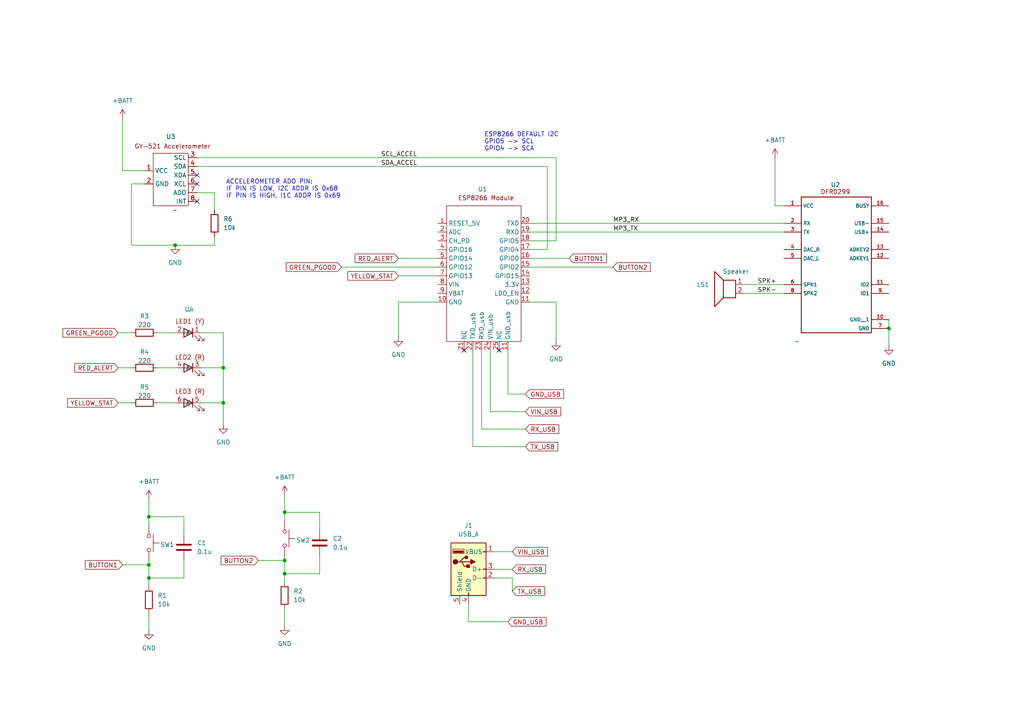
<source format=kicad_sch>
(kicad_sch (version 20231120) (generator "eeschema") (generator_version "8.0")
  (paper "A4")
  (title_block (title "Detection Module") (date "2025-01-16") (rev "001") (company "Capstone G12 - Auto-Injection Mechanism for Seizure Medication") (comment 1 "Madison Button, Benjamin Halfyard, Ish Chapla, Colin O'Driscoll"))
  (lib_symbols
    (symbol "Connector:USB_A" (pin_names (offset 1.016))
      (property "Reference" "J" (at -5.08 11.43 0))
      (property "Value" "USB_A" (at -5.08 8.89 0))
      (symbol "USB_A_0_1"
        (rectangle (start -5.08 -7.62) (end 5.08 7.62) (stroke (width 0.254)) (fill (type background)))
        (circle (center -3.81 2.159) (radius 0.635) (stroke (width 0.254)) (fill (type outline)))
        (rectangle (start -1.524 4.826) (end -4.318 5.334) (fill (type outline)))
        (rectangle (start -1.27 4.572) (end -4.572 5.842))
        (circle (center -0.635 3.429) (radius 0.381) (stroke (width 0.254)) (fill (type outline)))
        (rectangle (start -0.127 -7.62) (end 0.127 -6.858))
        (polyline (pts (xy -3.175 2.159) (xy -2.54 2.159) (xy -1.27 3.429) (xy -0.635 3.429)) (stroke (width 0.254)))
        (polyline (pts (xy -2.54 2.159) (xy -1.905 2.159) (xy -1.27 0.889) (xy 0 0.889)) (stroke (width 0.254)))
        (polyline (pts (xy 0.635 2.794) (xy 0.635 1.524) (xy 1.905 2.159) (xy 0.635 2.794)) (stroke (width 0.254)) (fill (type outline)))
        (rectangle (start 0.254 1.27) (end -0.508 0.508) (stroke (width 0.254)) (fill (type outline)))
        (rectangle (start 5.08 -2.667) (end 4.318 -2.413))
        (rectangle (start 5.08 -0.127) (end 4.318 0.127))
        (rectangle (start 5.08 4.953) (end 4.318 5.207))
      )
      (symbol "USB_A_1_1"
        (polyline (pts (xy -1.905 2.159) (xy 0.635 2.159)) (stroke (width 0.254)))
        (pin power_in line (at 7.62 5.08 180) (length 2.54) (name "VBUS") (number "1"))
        (pin bidirectional line (at 7.62 -2.54 180) (length 2.54) (name "D-") (number "2"))
        (pin bidirectional line (at 7.62 0 180) (length 2.54) (name "D+") (number "3"))
        (pin power_in line (at 0 -10.16 90) (length 2.54) (name "GND") (number "4"))
        (pin passive line (at -2.54 -10.16 90) (length 2.54) (name "Shield") (number "5"))
      )
    )
    (symbol "Detection_Eval_lib:Accelerometer"
      (property "Reference" "U" (at -1.524 21.336 0))
      (symbol "Accelerometer_0_1"
        (rectangle (start -6.35 16.51) (end 3.81 1.27))
      )
      (symbol "Accelerometer_1_1"
        (text "GY-521 Accelerometer" (at -0.762 18.542 0) (effects (font (size 1.27 1.27))))
        (pin input line (at -8.89 11.43 0) (length 2.54) (name "VCC") (number "1"))
        (pin input line (at -8.89 7.62 0) (length 2.54) (name "GND") (number "2"))
        (pin input line (at 6.35 15.24 180) (length 2.54) (name "SCL") (number "3"))
        (pin input line (at 6.35 12.7 180) (length 2.54) (name "SDA") (number "4"))
        (pin input line (at 6.35 10.16 180) (length 2.54) (name "XDA") (number "5"))
        (pin input line (at 6.35 7.62 180) (length 2.54) (name "XCL") (number "6"))
        (pin input line (at 6.35 5.08 180) (length 2.54) (name "ADO") (number "7"))
        (pin input line (at 6.35 2.54 180) (length 2.54) (name "INT") (number "8"))
      )
    )
    (symbol "Detection_Eval_lib:DFR0299"
      (property "Reference" "U" (at 1.778 43.18 0))
      (symbol "DFR0299_0_0"
        (pin power_in line (at -3.81 39.37 0) (length 5.08) (name "VCC") (number "1"))
        (pin power_in line (at 26.67 6.35 180) (length 5.08) (name "GND__1") (number "10"))
        (pin bidirectional line (at 26.67 16.51 180) (length 5.08) (name "IO2") (number "11"))
        (pin input line (at 26.67 24.13 180) (length 5.08) (name "ADKEY1") (number "12"))
        (pin input line (at 26.67 26.67 180) (length 5.08) (name "ADKEY2") (number "13"))
        (pin input line (at 26.67 31.75 180) (length 5.08) (name "USB+") (number "14"))
        (pin input line (at 26.67 34.29 180) (length 5.08) (name "USB-") (number "15"))
        (pin input line (at 26.67 39.37 180) (length 5.08) (name "BUSY") (number "16"))
        (pin input line (at -3.81 34.29 0) (length 5.08) (name "RX") (number "2"))
        (pin output line (at -3.81 31.75 0) (length 5.08) (name "TX") (number "3"))
        (pin output line (at -3.81 26.67 0) (length 5.08) (name "DAC_R") (number "4"))
        (pin output line (at -3.81 24.13 0) (length 5.08) (name "DAC_L") (number "5"))
        (pin passive line (at -3.81 16.51 0) (length 5.08) (name "SPK1") (number "6"))
        (pin power_in line (at 26.67 3.81 180) (length 5.08) (name "GND") (number "7"))
        (pin passive line (at -3.81 13.97 0) (length 5.08) (name "SPK2") (number "8"))
        (pin bidirectional line (at 26.67 13.97 180) (length 5.08) (name "IO1") (number "9"))
      )
      (symbol "DFR0299_1_0"
        (rectangle (start 1.27 41.91) (end 21.59 2.54) (stroke (width 0.254)))
      )
      (symbol "DFR0299_1_1"
        (text "DFR0299" (at 11.176 43.434 0) (effects (font (size 1.27 1.27))))
      )
    )
    (symbol "Detection_Eval_lib:DIALIGHT_3LED"
      (property "Reference" "U" (at 0 0 0))
      (symbol "DIALIGHT_3LED_0_1"
        (polyline (pts (xy 5.08 2.54) (xy 5.08 5.08)) (stroke (width 0.254)))
        (polyline (pts (xy 5.08 3.81) (xy 2.54 3.81)))
        (polyline (pts (xy 5.08 12.7) (xy 5.08 15.24)) (stroke (width 0.254)))
        (polyline (pts (xy 5.08 13.97) (xy 2.54 13.97)))
        (polyline (pts (xy 5.08 22.86) (xy 5.08 25.4)) (stroke (width 0.254)))
        (polyline (pts (xy 5.08 24.13) (xy 2.54 24.13)))
        (polyline (pts (xy 2.54 2.54) (xy 2.54 5.08) (xy 5.08 3.81) (xy 2.54 2.54)) (stroke (width 0.254)))
        (polyline (pts (xy 2.54 12.7) (xy 2.54 15.24) (xy 5.08 13.97) (xy 2.54 12.7)) (stroke (width 0.254)))
        (polyline (pts (xy 2.54 22.86) (xy 2.54 25.4) (xy 5.08 24.13) (xy 2.54 22.86)) (stroke (width 0.254)))
        (polyline (pts (xy 5.588 3.048) (xy 7.112 1.524) (xy 6.35 1.524) (xy 7.112 1.524) (xy 7.112 2.286)))
        (polyline (pts (xy 5.588 13.208) (xy 7.112 11.684) (xy 6.35 11.684) (xy 7.112 11.684) (xy 7.112 12.446)))
        (polyline (pts (xy 5.588 23.368) (xy 7.112 21.844) (xy 6.35 21.844) (xy 7.112 21.844) (xy 7.112 22.606)))
        (polyline (pts (xy 6.858 3.048) (xy 8.382 1.524) (xy 7.62 1.524) (xy 8.382 1.524) (xy 8.382 2.286)))
        (polyline (pts (xy 6.858 13.208) (xy 8.382 11.684) (xy 7.62 11.684) (xy 8.382 11.684) (xy 8.382 12.446)))
        (polyline (pts (xy 6.858 23.368) (xy 8.382 21.844) (xy 7.62 21.844) (xy 8.382 21.844) (xy 8.382 22.606)))
      )
      (symbol "DIALIGHT_3LED_1_1"
        (text "LED1 (Y)" (at 4.318 27.432 0) (effects (font (size 1.27 1.27))))
        (text "LED2 (R)" (at 4.318 17.018 0) (effects (font (size 1.27 1.27))))
        (text "LED3 (R)" (at 4.318 7.112 0) (effects (font (size 1.27 1.27))))
        (pin passive line (at 7.62 24.13 180) (length 2.54) (name "K") (number "1"))
        (pin passive line (at 0 24.13 0) (length 2.54) (name "A") (number "2"))
        (pin passive line (at 7.62 13.97 180) (length 2.54) (name "K") (number "3"))
        (pin passive line (at 0 13.97 0) (length 2.54) (name "A") (number "4"))
        (pin passive line (at 7.62 3.81 180) (length 2.54) (name "K") (number "5"))
        (pin passive line (at 0 3.81 0) (length 2.54) (name "A") (number "6"))
      )
    )
    (symbol "Detection_Eval_lib:ESP_Hold"
      (property "Reference" "U" (at -2.032 31.75 0))
      (symbol "ESP_Hold_0_1"
        (rectangle (start -2.54 30.48) (end 19.05 -8.89))
      )
      (symbol "ESP_Hold_1_0"
        (text "ESP8266 Module" (at 8.89 32.766 0) (effects (font (size 1.27 1.27))))
      )
      (symbol "ESP_Hold_1_1"
        (pin input line (at -5.08 25.4 0) (length 2.54) (name "RESET_5V") (number "1"))
        (pin input line (at -5.08 2.54 0) (length 2.54) (name "GND") (number "10"))
        (pin input line (at 21.59 2.54 180) (length 2.54) (name "GND") (number "11"))
        (pin input line (at 15.24 -11.43 90) (length 2.54) (name "GND_usb") (number "11"))
        (pin input line (at 21.59 5.08 180) (length 2.54) (name "LDO_EN") (number "12"))
        (pin input line (at 21.59 7.62 180) (length 2.54) (name "3.3V") (number "13"))
        (pin input line (at 21.59 10.16 180) (length 2.54) (name "GPIO15") (number "14"))
        (pin input line (at 21.59 12.7 180) (length 2.54) (name "GPIO2") (number "15"))
        (pin input line (at 21.59 15.24 180) (length 2.54) (name "GPIO0") (number "16"))
        (pin input line (at 21.59 17.78 180) (length 2.54) (name "GPIO4") (number "17"))
        (pin input line (at 21.59 20.32 180) (length 2.54) (name "GPIO5") (number "18"))
        (pin input line (at 21.59 22.86 180) (length 2.54) (name "RXD") (number "19"))
        (pin input line (at -5.08 22.86 0) (length 2.54) (name "ADC") (number "2"))
        (pin input line (at 21.59 25.4 180) (length 2.54) (name "TXD") (number "20"))
        (pin no_connect line (at 2.54 -11.43 90) (length 2.54) (name "NC") (number "21"))
        (pin input line (at 5.08 -11.43 90) (length 2.54) (name "TXD_usb") (number "22"))
        (pin input line (at 7.62 -11.43 90) (length 2.54) (name "RXD_usb") (number "23"))
        (pin input line (at 10.16 -11.43 90) (length 2.54) (name "VIN_usb") (number "24"))
        (pin no_connect line (at 12.7 -11.43 90) (length 2.54) (name "NC") (number "25"))
        (pin input line (at -5.08 20.32 0) (length 2.54) (name "CH_PD") (number "3"))
        (pin input line (at -5.08 17.78 0) (length 2.54) (name "GPIO16") (number "4"))
        (pin input line (at -5.08 15.24 0) (length 2.54) (name "GPIO14") (number "5"))
        (pin input line (at -5.08 12.7 0) (length 2.54) (name "GPIO12") (number "6"))
        (pin input line (at -5.08 10.16 0) (length 2.54) (name "GPIO13") (number "7"))
        (pin input line (at -5.08 7.62 0) (length 2.54) (name "VIN") (number "8"))
        (pin input line (at -5.08 5.08 0) (length 2.54) (name "VBAT") (number "9"))
      )
    )
    (symbol "Device:C" (pin_numbers hide) (pin_names (offset 0.254))
      (property "Reference" "C" (at 0.635 2.54 0))
      (property "Value" "C" (at 0.635 -2.54 0))
      (symbol "C_0_1"
        (polyline (pts (xy -2.032 -0.762) (xy 2.032 -0.762)) (stroke (width 0.508)))
        (polyline (pts (xy -2.032 0.762) (xy 2.032 0.762)) (stroke (width 0.508)))
      )
      (symbol "C_1_1"
        (pin passive line (at 0 3.81 270) (length 2.794) (name "~") (number "1"))
        (pin passive line (at 0 -3.81 90) (length 2.794) (name "~") (number "2"))
      )
    )
    (symbol "Device:R" (pin_numbers hide) (pin_names (offset 0))
      (property "Reference" "R" (at 2.032 0 90))
      (property "Value" "R" (at 0 0 90))
      (symbol "R_0_1"
        (rectangle (start -1.016 -2.54) (end 1.016 2.54) (stroke (width 0.254)))
      )
      (symbol "R_1_1"
        (pin passive line (at 0 3.81 270) (length 1.27) (name "~") (number "1"))
        (pin passive line (at 0 -3.81 90) (length 1.27) (name "~") (number "2"))
      )
    )
    (symbol "Device:Speaker" (pin_names (offset 0) hide)
      (property "Reference" "LS" (at 1.27 5.715 0))
      (property "Value" "Speaker" (at 1.27 3.81 0))
      (symbol "Speaker_0_0"
        (rectangle (start -2.54 1.27) (end 1.016 -3.81) (stroke (width 0.254)))
        (polyline (pts (xy 1.016 1.27) (xy 3.556 3.81) (xy 3.556 -6.35) (xy 1.016 -3.81)) (stroke (width 0.254)))
      )
      (symbol "Speaker_1_1"
        (pin input line (at -5.08 0 0) (length 2.54) (name "1") (number "1"))
        (pin input line (at -5.08 -2.54 0) (length 2.54) (name "2") (number "2"))
      )
    )
    (symbol "Switch:SW_Push" (pin_numbers hide) (pin_names (offset 1.016) hide)
      (property "Reference" "SW" (at 1.27 2.54 0))
      (property "Value" "SW_Push" (at 0 -1.524 0))
      (symbol "SW_Push_0_1"
        (circle (center -2.032 0) (radius 0.508))
        (polyline (pts (xy 0 1.27) (xy 0 3.048)))
        (polyline (pts (xy 2.54 1.27) (xy -2.54 1.27)))
        (circle (center 2.032 0) (radius 0.508))
        (pin passive line (at -5.08 0 0) (length 2.54) (name "1") (number "1"))
        (pin passive line (at 5.08 0 180) (length 2.54) (name "2") (number "2"))
      )
    )
    (symbol "power:+BATT" (power) (pin_numbers hide) (pin_names (offset 0) hide)
      (property "Value" "+BATT" (at 0 3.556 0))
      (symbol "+BATT_0_1"
        (polyline (pts (xy -0.762 1.27) (xy 0 2.54)))
        (polyline (pts (xy 0 0) (xy 0 2.54)))
        (polyline (pts (xy 0 2.54) (xy 0.762 1.27)))
      )
      (symbol "+BATT_1_1"
        (pin power_in line (at 0 0 90) (length 0) (name "~") (number "1"))
      )
    )
    (symbol "power:GND" (power) (pin_numbers hide) (pin_names (offset 0) hide)
      (property "Value" "GND" (at 0 -3.81 0))
      (symbol "GND_0_1"
        (polyline (pts (xy 0 0) (xy 0 -1.27) (xy 1.27 -1.27) (xy 0 -2.54) (xy -1.27 -1.27) (xy 0 -1.27)))
      )
      (symbol "GND_1_1"
        (pin power_in line (at 0 0 270) (length 0) (name "~") (number "1"))
      )
    )
  )
  (junction (at 50.8 71.12))
  (junction (at 64.77 116.84))
  (junction (at 43.18 167.64))
  (junction (at 43.18 149.86))
  (junction (at 82.55 148.59))
  (junction (at 43.18 163.83))
  (junction (at 257.81 95.25))
  (junction (at 82.55 162.56))
  (junction (at 82.55 166.37))
  (junction (at 64.77 106.68))
  (no_connect (at 144.78 101.6))
  (no_connect (at 57.15 50.8))
  (no_connect (at 57.15 58.42))
  (no_connect (at 134.62 101.6))
  (no_connect (at 57.15 53.34))
  (wire (pts (xy 64.77 96.52) (xy 64.77 106.68)))
  (wire (pts (xy 82.55 162.56) (xy 82.55 166.37)))
  (wire (pts (xy 41.91 49.53) (xy 35.56 49.53)))
  (wire (pts (xy 58.42 116.84) (xy 64.77 116.84)))
  (wire (pts (xy 137.16 129.54) (xy 152.4 129.54)))
  (wire (pts (xy 38.1 71.12) (xy 50.8 71.12)))
  (wire (pts (xy 137.16 101.6) (xy 137.16 129.54)))
  (wire (pts (xy 53.34 162.56) (xy 53.34 167.64)))
  (wire (pts (xy 92.71 148.59) (xy 82.55 148.59)))
  (wire (pts (xy 64.77 116.84) (xy 64.77 123.19)))
  (wire (pts (xy 158.75 48.26) (xy 158.75 72.39)))
  (wire (pts (xy 82.55 176.53) (xy 82.55 181.61)))
  (wire (pts (xy 35.56 163.83) (xy 43.18 163.83)))
  (wire (pts (xy 127 87.63) (xy 115.57 87.63)))
  (wire (pts (xy 38.1 53.34) (xy 38.1 71.12)))
  (wire (pts (xy 142.24 101.6) (xy 142.24 119.38)))
  (wire (pts (xy 153.67 87.63) (xy 161.29 87.63)))
  (wire (pts (xy 161.29 45.72) (xy 161.29 69.85)))
  (wire (pts (xy 99.06 77.47) (xy 127 77.47)))
  (wire (pts (xy 43.18 163.83) (xy 43.18 167.64)))
  (wire (pts (xy 64.77 106.68) (xy 64.77 116.84)))
  (wire (pts (xy 148.59 167.64) (xy 148.59 171.45)))
  (wire (pts (xy 43.18 177.8) (xy 43.18 182.88)))
  (wire (pts (xy 224.79 45.72) (xy 224.79 59.69)))
  (wire (pts (xy 53.34 154.94) (xy 53.34 149.86)))
  (wire (pts (xy 127 74.93) (xy 115.57 74.93)))
  (wire (pts (xy 62.23 68.58) (xy 62.23 71.12)))
  (wire (pts (xy 35.56 49.53) (xy 35.56 34.29)))
  (wire (pts (xy 53.34 149.86) (xy 43.18 149.86)))
  (wire (pts (xy 115.57 87.63) (xy 115.57 97.79)))
  (wire (pts (xy 92.71 166.37) (xy 82.55 166.37)))
  (wire (pts (xy 43.18 149.86) (xy 43.18 152.4)))
  (wire (pts (xy 58.42 96.52) (xy 64.77 96.52)))
  (wire (pts (xy 62.23 71.12) (xy 50.8 71.12)))
  (wire (pts (xy 215.9 85.09) (xy 227.33 85.09)))
  (wire (pts (xy 143.51 165.1) (xy 148.59 165.1)))
  (wire (pts (xy 58.42 106.68) (xy 64.77 106.68)))
  (wire (pts (xy 57.15 48.26) (xy 158.75 48.26)))
  (wire (pts (xy 257.81 92.71) (xy 257.81 95.25)))
  (wire (pts (xy 34.29 116.84) (xy 38.1 116.84)))
  (wire (pts (xy 43.18 167.64) (xy 43.18 170.18)))
  (wire (pts (xy 34.29 106.68) (xy 38.1 106.68)))
  (wire (pts (xy 139.7 101.6) (xy 139.7 124.46)))
  (wire (pts (xy 153.67 77.47) (xy 177.8 77.47)))
  (wire (pts (xy 139.7 124.46) (xy 152.4 124.46)))
  (wire (pts (xy 142.24 119.38) (xy 152.4 119.38)))
  (wire (pts (xy 215.9 82.55) (xy 227.33 82.55)))
  (wire (pts (xy 147.32 101.6) (xy 147.32 114.3)))
  (wire (pts (xy 153.67 64.77) (xy 227.33 64.77)))
  (wire (pts (xy 143.51 167.64) (xy 148.59 167.64)))
  (wire (pts (xy 74.93 162.56) (xy 82.55 162.56)))
  (wire (pts (xy 57.15 55.88) (xy 62.23 55.88)))
  (wire (pts (xy 82.55 148.59) (xy 82.55 151.13)))
  (wire (pts (xy 153.67 72.39) (xy 158.75 72.39)))
  (wire (pts (xy 135.89 175.26) (xy 135.89 180.34)))
  (wire (pts (xy 92.71 161.29) (xy 92.71 166.37)))
  (wire (pts (xy 43.18 162.56) (xy 43.18 163.83)))
  (wire (pts (xy 257.81 95.25) (xy 257.81 100.33)))
  (wire (pts (xy 45.72 96.52) (xy 50.8 96.52)))
  (wire (pts (xy 62.23 55.88) (xy 62.23 60.96)))
  (wire (pts (xy 153.67 69.85) (xy 161.29 69.85)))
  (wire (pts (xy 34.29 96.52) (xy 38.1 96.52)))
  (wire (pts (xy 43.18 144.78) (xy 43.18 149.86)))
  (wire (pts (xy 82.55 161.29) (xy 82.55 162.56)))
  (wire (pts (xy 147.32 114.3) (xy 152.4 114.3)))
  (wire (pts (xy 224.79 59.69) (xy 227.33 59.69)))
  (wire (pts (xy 161.29 87.63) (xy 161.29 99.06)))
  (wire (pts (xy 53.34 167.64) (xy 43.18 167.64)))
  (wire (pts (xy 45.72 116.84) (xy 50.8 116.84)))
  (wire (pts (xy 82.55 143.51) (xy 82.55 148.59)))
  (wire (pts (xy 135.89 180.34) (xy 147.32 180.34)))
  (wire (pts (xy 153.67 67.31) (xy 227.33 67.31)))
  (wire (pts (xy 41.91 53.34) (xy 38.1 53.34)))
  (wire (pts (xy 82.55 166.37) (xy 82.55 168.91)))
  (wire (pts (xy 57.15 45.72) (xy 161.29 45.72)))
  (wire (pts (xy 45.72 106.68) (xy 50.8 106.68)))
  (wire (pts (xy 92.71 153.67) (xy 92.71 148.59)))
  (wire (pts (xy 143.51 160.02) (xy 148.59 160.02)))
  (wire (pts (xy 115.57 80.01) (xy 127 80.01)))
  (wire (pts (xy 153.67 74.93) (xy 165.1 74.93)))
  (text "ACCELEROMETER ADO PIN: \nIF PIN IS LOW, I2C ADDR IS 0x68\nIF PIN IS HIGH, I1C ADDR IS 0x69" (at 65.532 54.864 0) (effects (font (size 1.27 1.27)) (justify left)))
  (text "ESP8266 DEFAULT I2C\nGPIO5 -> SCL\nGPIO4 -> SCA" (at 140.462 41.148 0) (effects (font (size 1.27 1.27)) (justify left)))
  (label "SPK+" (at 219.71 82.55 0))
  (label "SPK-" (at 219.71 85.09 0))
  (label "SDA_ACCEL" (at 110.49 48.26 0))
  (label "MP3_TX" (at 177.8 67.31 0))
  (label "SCL_ACCEL" (at 110.49 45.72 0))
  (label "MP3_RX" (at 177.8 64.77 0))
  (global_label "BUTTON1" (shape input) (at 165.1 74.93 0) (property "Intersheetrefs" "${INTERSHEET_REFS}" (effects (hide yes))))
  (global_label "RED_ALERT" (shape input) (at 34.29 106.68 180) (property "Intersheetrefs" "${INTERSHEET_REFS}" (effects (hide yes))))
  (global_label "BUTTON1" (shape input) (at 35.56 163.83 180) (property "Intersheetrefs" "${INTERSHEET_REFS}" (effects (hide yes))))
  (global_label "RED_ALERT" (shape input) (at 115.57 74.93 180) (property "Intersheetrefs" "${INTERSHEET_REFS}" (effects (hide yes))))
  (global_label "TX_USB" (shape input) (at 148.59 171.45 0) (property "Intersheetrefs" "${INTERSHEET_REFS}" (effects (hide yes))))
  (global_label "BUTTON2" (shape input) (at 177.8 77.47 0) (property "Intersheetrefs" "${INTERSHEET_REFS}" (effects (hide yes))))
  (global_label "RX_USB" (shape input) (at 148.59 165.1 0) (property "Intersheetrefs" "${INTERSHEET_REFS}" (effects (hide yes))))
  (global_label "GREEN_PGOOD" (shape input) (at 99.06 77.47 180) (property "Intersheetrefs" "${INTERSHEET_REFS}" (effects (hide yes))))
  (global_label "YELLOW_STAT" (shape input) (at 34.29 116.84 180) (property "Intersheetrefs" "${INTERSHEET_REFS}" (effects (hide yes))))
  (global_label "GREEN_PGOOD" (shape input) (at 34.29 96.52 180) (property "Intersheetrefs" "${INTERSHEET_REFS}" (effects (hide yes))))
  (global_label "BUTTON2" (shape input) (at 74.93 162.56 180) (property "Intersheetrefs" "${INTERSHEET_REFS}" (effects (hide yes))))
  (global_label "VIN_USB" (shape input) (at 148.59 160.02 0) (property "Intersheetrefs" "${INTERSHEET_REFS}" (effects (hide yes))))
  (global_label "VIN_USB" (shape input) (at 152.4 119.38 0) (property "Intersheetrefs" "${INTERSHEET_REFS}" (effects (hide yes))))
  (global_label "GND_USB" (shape input) (at 147.32 180.34 0) (property "Intersheetrefs" "${INTERSHEET_REFS}" (effects (hide yes))))
  (global_label "YELLOW_STAT" (shape input) (at 115.57 80.01 180) (property "Intersheetrefs" "${INTERSHEET_REFS}" (effects (hide yes))))
  (global_label "TX_USB" (shape input) (at 152.4 129.54 0) (property "Intersheetrefs" "${INTERSHEET_REFS}" (effects (hide yes))))
  (global_label "GND_USB" (shape input) (at 152.4 114.3 0) (property "Intersheetrefs" "${INTERSHEET_REFS}" (effects (hide yes))))
  (global_label "RX_USB" (shape input) (at 152.4 124.46 0) (property "Intersheetrefs" "${INTERSHEET_REFS}" (effects (hide yes))))
  (symbol (lib_id "Connector:USB_A") (at 135.89 165.1 0) (unit 1)
    (property "Reference" "J1" (at 135.89 152.4 0))
    (property "Value" "USB_A" (at 135.89 154.94 0))
    (property "Datasheet" " ~" (effects (hide yes)))
    (property "Description" "USB Type A connector" (effects (hide yes)))
  )
  (symbol (lib_id "Detection_Eval_lib:DIALIGHT_3LED") (at 50.8 120.65 0) (unit 1)
    (property "Reference" "U4" (at 54.864 89.662 0))
    (property "Value" "~" (at 55.118 90.17 0))
    (property "Footprint" "Detection_Eval_lib_fp:DIALIGHT_3LED" (effects (hide yes)))
  )
  (symbol (lib_id "Switch:SW_Push") (at 43.18 157.48 270) (unit 1)
    (property "Reference" "SW1" (at 48.514 157.988 90))
    (property "Value" "SW_Push" (effects (hide yes)))
    (property "Description" "Push button switch, generic, two pins" (effects (hide yes)))
  )
  (symbol (lib_id "Device:R") (at 41.91 106.68 90) (unit 1)
    (property "Reference" "R4" (at 41.91 102.108 90))
    (property "Value" "220" (at 41.91 104.648 90))
    (property "Footprint" "Resistor_SMD:R_0402_1005Metric" (effects (hide yes)))
    (property "Description" "Resistor" (effects (hide yes)))
  )
  (symbol (lib_id "power:GND") (at 161.29 99.06 0) (unit 1)
    (property "Reference" "#PWR03" (effects (hide yes)))
    (property "Value" "GND" (at 161.29 104.14 0))
    (property "Description" "Power symbol creates a global label with name \"GND\" , ground" (effects (hide yes)))
  )
  (symbol (lib_id "Device:R") (at 43.18 173.99 0) (unit 1)
    (property "Reference" "R1" (at 45.72 172.7199 0) (effects (justify left)))
    (property "Value" "10k" (at 45.72 175.2599 0) (effects (justify left)))
    (property "Footprint" "Resistor_SMD:R_0402_1005Metric" (effects (hide yes)))
    (property "Description" "Resistor" (effects (hide yes)))
  )
  (symbol (lib_id "power:GND") (at 64.77 123.19 0) (unit 1)
    (property "Reference" "#PWR011" (effects (hide yes)))
    (property "Value" "GND" (at 64.77 128.27 0))
    (property "Description" "Power symbol creates a global label with name \"GND\" , ground" (effects (hide yes)))
  )
  (symbol (lib_id "power:+BATT") (at 82.55 143.51 0) (unit 1)
    (property "Reference" "#PWR09" (effects (hide yes)))
    (property "Value" "+BATT" (at 82.55 138.43 0))
    (property "Description" "Power symbol creates a global label with name \"+BATT\"" (effects (hide yes)))
  )
  (symbol (lib_id "Detection_Eval_lib:Accelerometer") (at 50.8 60.96 0) (unit 1)
    (property "Reference" "U3" (at 49.53 39.624 0))
    (property "Value" "~" (at 50.8 60.96 0))
  )
  (symbol (lib_id "power:GND") (at 257.81 100.33 0) (unit 1)
    (property "Reference" "#PWR01" (effects (hide yes)))
    (property "Value" "GND" (at 257.81 105.41 0))
    (property "Description" "Power symbol creates a global label with name \"GND\" , ground" (effects (hide yes)))
  )
  (symbol (lib_id "Device:Speaker") (at 210.82 82.55 0) (mirror y) (unit 1)
    (property "Reference" "LS1" (at 205.74 82.5499 0) (effects (justify left)))
    (property "Value" "Speaker" (at 209.55 78.74 0) (effects (justify right)))
    (property "Description" "Speaker" (effects (hide yes)))
  )
  (symbol (lib_id "Device:R") (at 41.91 116.84 90) (unit 1)
    (property "Reference" "R5" (at 41.91 112.268 90))
    (property "Value" "220" (at 41.91 114.808 90))
    (property "Footprint" "Resistor_SMD:R_0402_1005Metric" (effects (hide yes)))
    (property "Description" "Resistor" (effects (hide yes)))
  )
  (symbol (lib_id "power:+BATT") (at 43.18 144.78 0) (unit 1)
    (property "Reference" "#PWR07" (effects (hide yes)))
    (property "Value" "+BATT" (at 43.18 139.7 0))
    (property "Description" "Power symbol creates a global label with name \"+BATT\"" (effects (hide yes)))
  )
  (symbol (lib_id "power:GND") (at 43.18 182.88 0) (unit 1)
    (property "Reference" "#PWR08" (effects (hide yes)))
    (property "Value" "GND" (at 43.18 187.96 0))
    (property "Description" "Power symbol creates a global label with name \"GND\" , ground" (effects (hide yes)))
  )
  (symbol (lib_id "Detection_Eval_lib:ESP_Hold") (at 132.08 90.17 0) (unit 1)
    (property "Reference" "U1" (at 139.954 54.864 0))
    (property "Value" "ESP8266" (effects (hide yes)))
  )
  (symbol (lib_id "Device:R") (at 82.55 172.72 0) (unit 1)
    (property "Reference" "R2" (at 85.09 171.4499 0) (effects (justify left)))
    (property "Value" "10k" (at 85.09 173.9899 0) (effects (justify left)))
    (property "Footprint" "Resistor_SMD:R_0402_1005Metric" (effects (hide yes)))
    (property "Description" "Resistor" (effects (hide yes)))
  )
  (symbol (lib_id "Device:R") (at 62.23 64.77 0) (unit 1)
    (property "Reference" "R6" (at 64.77 63.4999 0) (effects (justify left)))
    (property "Value" "10k" (at 64.77 66.0399 0) (effects (justify left)))
    (property "Footprint" "Resistor_SMD:R_0402_1005Metric" (effects (hide yes)))
    (property "Description" "Resistor" (effects (hide yes)))
  )
  (symbol (lib_id "power:GND") (at 82.55 181.61 0) (unit 1)
    (property "Reference" "#PWR010" (effects (hide yes)))
    (property "Value" "GND" (at 82.55 186.69 0))
    (property "Description" "Power symbol creates a global label with name \"GND\" , ground" (effects (hide yes)))
  )
  (symbol (lib_id "Switch:SW_Push") (at 82.55 156.21 270) (unit 1)
    (property "Reference" "SW2" (at 87.884 156.718 90))
    (property "Value" "SW_Push" (effects (hide yes)))
    (property "Description" "Push button switch, generic, two pins" (effects (hide yes)))
  )
  (symbol (lib_id "power:+BATT") (at 224.79 45.72 0) (unit 1)
    (property "Reference" "#PWR02" (effects (hide yes)))
    (property "Value" "+BATT" (at 224.79 40.64 0))
    (property "Description" "Power symbol creates a global label with name \"+BATT\"" (effects (hide yes)))
  )
  (symbol (lib_id "power:GND") (at 50.8 71.12 0) (unit 1)
    (property "Reference" "#PWR05" (effects (hide yes)))
    (property "Value" "GND" (at 50.8 76.2 0))
    (property "Description" "Power symbol creates a global label with name \"GND\" , ground" (effects (hide yes)))
  )
  (symbol (lib_id "Device:C") (at 92.71 157.48 0) (unit 1)
    (property "Reference" "C2" (at 96.52 156.2099 0) (effects (justify left)))
    (property "Value" "0.1u" (at 96.52 158.7499 0) (effects (justify left)))
    (property "Description" "Unpolarized capacitor" (effects (hide yes)))
  )
  (symbol (lib_id "power:GND") (at 115.57 97.79 0) (unit 1)
    (property "Reference" "#PWR04" (effects (hide yes)))
    (property "Value" "GND" (at 115.57 102.87 0))
    (property "Description" "Power symbol creates a global label with name \"GND\" , ground" (effects (hide yes)))
  )
  (symbol (lib_id "Device:R") (at 41.91 96.52 90) (unit 1)
    (property "Reference" "R3" (at 41.91 91.694 90))
    (property "Value" "220" (at 41.91 94.234 90))
    (property "Footprint" "Resistor_SMD:R_0402_1005Metric" (effects (hide yes)))
    (property "Description" "Resistor" (effects (hide yes)))
  )
  (symbol (lib_id "power:+BATT") (at 35.56 34.29 0) (unit 1)
    (property "Reference" "#PWR06" (effects (hide yes)))
    (property "Value" "+BATT" (at 35.56 29.21 0))
    (property "Description" "Power symbol creates a global label with name \"+BATT\"" (effects (hide yes)))
  )
  (symbol (lib_id "Device:C") (at 53.34 158.75 0) (unit 1)
    (property "Reference" "C1" (at 57.15 157.4799 0) (effects (justify left)))
    (property "Value" "0.1u" (at 57.15 160.0199 0) (effects (justify left)))
    (property "Description" "Unpolarized capacitor" (effects (hide yes)))
  )
  (symbol (lib_id "Detection_Eval_lib:DFR0299") (at 231.14 99.06 0) (unit 1)
    (property "Reference" "U2" (at 242.316 53.594 0))
    (property "Value" "~" (at 231.14 99.06 0))
  )
)
</source>
